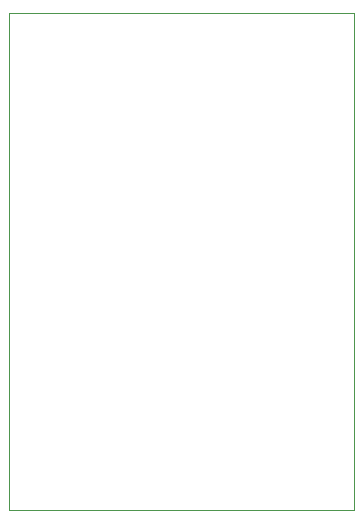
<source format=gbr>
%TF.GenerationSoftware,KiCad,Pcbnew,(5.99.0-1252-g0c2d08192)*%
%TF.CreationDate,2020-04-08T11:52:56+03:00*%
%TF.ProjectId,orkman,6f726b6d-616e-42e6-9b69-6361645f7063,rev?*%
%TF.SameCoordinates,Original*%
%TF.FileFunction,Profile,NP*%
%FSLAX46Y46*%
G04 Gerber Fmt 4.6, Leading zero omitted, Abs format (unit mm)*
G04 Created by KiCad (PCBNEW (5.99.0-1252-g0c2d08192)) date 2020-04-08 11:52:56*
%MOMM*%
%LPD*%
G01*
G04 APERTURE LIST*
%TA.AperFunction,Profile*%
%ADD10C,0.100000*%
%TD*%
G04 APERTURE END LIST*
D10*
X149301200Y-54610000D02*
X149288500Y-96710500D01*
X120142000Y-54610000D02*
X149301200Y-54610000D01*
X120129300Y-96710500D02*
X120142000Y-54610000D01*
X149288500Y-96710500D02*
X120129300Y-96710500D01*
M02*

</source>
